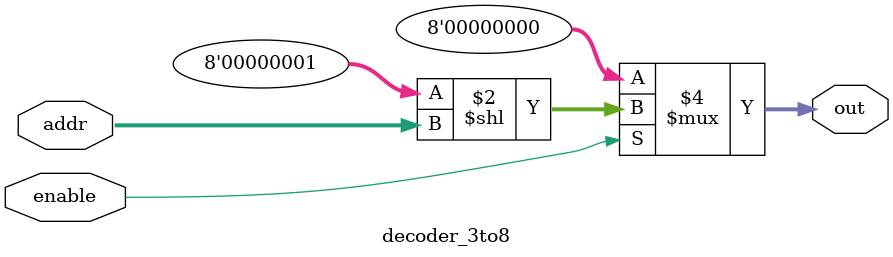
<source format=v>
`timescale 1ns / 1ps


module decoder_3to8(
    input [2:0] addr,       // 3-bit address
    input enable,           // Enable signal
    output reg [7:0] out    // 8-bit one-hot output
);
    always @(*) begin
        out = 8'b0;         // Default all outputs to 0
        if (enable)
            out = 8'b1 << addr; // Generate one-hot output based on address
    end
endmodule

</source>
